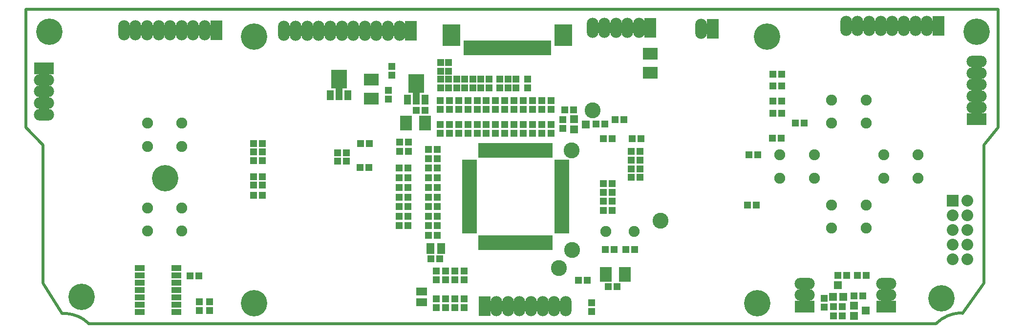
<source format=gts>
G04 (created by PCBNEW-RS274X (2010-05-05 BZR 2356)-stable) date 9/12/2010 1:48:27 p.m.*
G01*
G70*
G90*
%MOIN*%
G04 Gerber Fmt 3.4, Leading zero omitted, Abs format*
%FSLAX34Y34*%
G04 APERTURE LIST*
%ADD10C,0.006000*%
%ADD11C,0.019700*%
%ADD12C,0.075000*%
%ADD13O,0.079100X0.138100*%
%ADD14R,0.079100X0.138100*%
%ADD15O,0.138100X0.079100*%
%ADD16R,0.138100X0.079100*%
%ADD17R,0.030000X0.100000*%
%ADD18R,0.120000X0.150000*%
%ADD19R,0.047600X0.067200*%
%ADD20R,0.047600X0.098700*%
%ADD21R,0.106600X0.130300*%
%ADD22R,0.055000X0.075000*%
%ADD23C,0.180000*%
%ADD24R,0.080000X0.080000*%
%ADD25C,0.080000*%
%ADD26R,0.100000X0.080000*%
%ADD27R,0.080000X0.100000*%
%ADD28R,0.037700X0.098700*%
%ADD29R,0.098700X0.037700*%
%ADD30R,0.065000X0.040000*%
%ADD31R,0.075000X0.055000*%
%ADD32R,0.056000X0.056000*%
%ADD33R,0.045000X0.051500*%
%ADD34R,0.051500X0.045000*%
%ADD35C,0.108600*%
G04 APERTURE END LIST*
G54D10*
G54D11*
X16167Y-33349D02*
X16013Y-33209D01*
X15848Y-33083D01*
X15672Y-32972D01*
X15487Y-32876D01*
X15295Y-32797D01*
X15096Y-32736D01*
X14893Y-32691D01*
X14687Y-32665D01*
X14480Y-32657D01*
X14397Y-32658D01*
X75802Y-32654D02*
X75595Y-32656D01*
X75387Y-32676D01*
X75183Y-32714D01*
X74982Y-32769D01*
X74787Y-32842D01*
X74599Y-32932D01*
X74419Y-33038D01*
X74250Y-33159D01*
X74092Y-33294D01*
X74017Y-33366D01*
X16181Y-33366D02*
X73986Y-33366D01*
X78248Y-11909D02*
X11909Y-11909D01*
X13091Y-30610D02*
X14390Y-32657D01*
X77264Y-30610D02*
X75807Y-32657D01*
X77264Y-21161D02*
X77264Y-30610D01*
X78248Y-19980D02*
X77264Y-21161D01*
X13091Y-21161D02*
X13091Y-30610D01*
X11909Y-19980D02*
X13091Y-21161D01*
X11909Y-11909D02*
X11909Y-19980D01*
X78248Y-11909D02*
X78248Y-19980D01*
G54D12*
X53402Y-27086D03*
X51480Y-27086D03*
G54D13*
X44804Y-32165D03*
X44017Y-32165D03*
G54D14*
X43229Y-32165D03*
G54D13*
X45591Y-32165D03*
X46379Y-32165D03*
X47166Y-32165D03*
X47953Y-32165D03*
X48740Y-32165D03*
G54D15*
X70629Y-30630D03*
X70629Y-31417D03*
G54D16*
X70629Y-32205D03*
G54D15*
X65039Y-30630D03*
X65039Y-31417D03*
G54D16*
X65039Y-32205D03*
G54D13*
X57992Y-13228D03*
G54D14*
X58780Y-13228D03*
G54D12*
X66890Y-26850D03*
X66890Y-25276D03*
X69252Y-26850D03*
X69252Y-25276D03*
X70431Y-23425D03*
X70431Y-21851D03*
X72793Y-23425D03*
X72793Y-21851D03*
X66890Y-19684D03*
X66890Y-18110D03*
X69252Y-19684D03*
X69252Y-18110D03*
G54D13*
X36614Y-13386D03*
X37402Y-13386D03*
G54D14*
X38189Y-13386D03*
G54D13*
X35827Y-13386D03*
X35039Y-13386D03*
X34252Y-13386D03*
X33465Y-13386D03*
X32677Y-13386D03*
X31890Y-13386D03*
X31102Y-13386D03*
X30315Y-13386D03*
X29528Y-13386D03*
X23326Y-13347D03*
X24113Y-13347D03*
G54D14*
X24901Y-13347D03*
G54D13*
X22539Y-13347D03*
X21751Y-13347D03*
X20964Y-13347D03*
X20177Y-13347D03*
X19390Y-13347D03*
X18602Y-13347D03*
X72598Y-13031D03*
X73385Y-13031D03*
G54D14*
X74173Y-13031D03*
G54D13*
X71811Y-13031D03*
X71023Y-13031D03*
X70236Y-13031D03*
X69449Y-13031D03*
X68662Y-13031D03*
X67874Y-13031D03*
G54D15*
X76772Y-17835D03*
X76772Y-18622D03*
G54D16*
X76772Y-19410D03*
G54D15*
X76772Y-17048D03*
X76772Y-16260D03*
X76772Y-15473D03*
G54D13*
X52952Y-13189D03*
X53739Y-13189D03*
G54D14*
X54527Y-13189D03*
G54D13*
X52165Y-13189D03*
X51377Y-13189D03*
X50590Y-13189D03*
G54D15*
X13150Y-17520D03*
X13150Y-16733D03*
G54D16*
X13150Y-15945D03*
G54D15*
X13150Y-18307D03*
X13150Y-19095D03*
G54D17*
X43878Y-14547D03*
X44078Y-14547D03*
X44273Y-14547D03*
X44468Y-14547D03*
X44668Y-14547D03*
X44863Y-14547D03*
X45058Y-14547D03*
X45258Y-14547D03*
X45453Y-14547D03*
X45648Y-14547D03*
X43681Y-14547D03*
X45848Y-14547D03*
X46043Y-14547D03*
X43484Y-14547D03*
X47618Y-14547D03*
X46238Y-14547D03*
X46438Y-14547D03*
X46633Y-14547D03*
X46828Y-14547D03*
X47028Y-14547D03*
X47223Y-14547D03*
X47418Y-14547D03*
X43287Y-14547D03*
X43091Y-14547D03*
X42894Y-14547D03*
X42697Y-14547D03*
X42500Y-14547D03*
X42303Y-14547D03*
X42106Y-14547D03*
X41909Y-14547D03*
G54D18*
X48588Y-13667D03*
X40958Y-13667D03*
G54D19*
X37952Y-18071D03*
G54D20*
X38543Y-17914D03*
G54D19*
X39134Y-18071D03*
G54D21*
X38543Y-16969D03*
G54D22*
X40257Y-28228D03*
X39507Y-28228D03*
G54D23*
X61811Y-31969D03*
X62480Y-13780D03*
X27480Y-31969D03*
X27480Y-13780D03*
X21417Y-23425D03*
G54D19*
X32696Y-17776D03*
G54D20*
X33287Y-17619D03*
G54D19*
X33878Y-17776D03*
G54D21*
X33287Y-16674D03*
G54D24*
X75150Y-24988D03*
G54D25*
X76150Y-24988D03*
X75150Y-25988D03*
X76150Y-25988D03*
X75150Y-26988D03*
X76150Y-26988D03*
X75150Y-27988D03*
X76150Y-27988D03*
X75150Y-28988D03*
X76150Y-28988D03*
G54D26*
X35473Y-16711D03*
X35473Y-18011D03*
G54D27*
X52777Y-29999D03*
X51477Y-29999D03*
X37834Y-19685D03*
X39134Y-19685D03*
G54D28*
X45159Y-27831D03*
X44844Y-27831D03*
X44529Y-27831D03*
X44214Y-27831D03*
X43899Y-27831D03*
X43584Y-27831D03*
X43269Y-27831D03*
X42954Y-27831D03*
X47682Y-27831D03*
X47682Y-21535D03*
X42954Y-21535D03*
X45477Y-27831D03*
X45792Y-27831D03*
X46107Y-27831D03*
X46422Y-27831D03*
X46737Y-27831D03*
X47052Y-27831D03*
X47367Y-27831D03*
X47367Y-21535D03*
X47052Y-21535D03*
X46737Y-21535D03*
X46422Y-21535D03*
X46107Y-21535D03*
X45792Y-21535D03*
X45477Y-21535D03*
X45159Y-21535D03*
X44844Y-21535D03*
X44529Y-21535D03*
X44214Y-21535D03*
X43899Y-21535D03*
X43584Y-21535D03*
X43269Y-21535D03*
G54D29*
X42166Y-27047D03*
X42166Y-26733D03*
X42166Y-26417D03*
X42166Y-26103D03*
X42166Y-25787D03*
X42166Y-25473D03*
X42166Y-24527D03*
X42166Y-23897D03*
X42166Y-23583D03*
X42166Y-25157D03*
X42166Y-24843D03*
X42166Y-24213D03*
X42166Y-23267D03*
X42166Y-22953D03*
X42166Y-22637D03*
X42166Y-22323D03*
X48466Y-27047D03*
X48466Y-26733D03*
X48466Y-26417D03*
X48466Y-26103D03*
X48466Y-25787D03*
X48466Y-25473D03*
X48466Y-25157D03*
X48466Y-24843D03*
X48466Y-24527D03*
X48466Y-24213D03*
X48466Y-23897D03*
X48466Y-23583D03*
X48466Y-23267D03*
X48466Y-22953D03*
X48466Y-22637D03*
X48466Y-22323D03*
G54D30*
X22167Y-32574D03*
X22167Y-32074D03*
X22167Y-31574D03*
X22167Y-31074D03*
X22167Y-30574D03*
X22167Y-30074D03*
X22167Y-29574D03*
X19667Y-29574D03*
X19667Y-30074D03*
X19667Y-31074D03*
X19667Y-31574D03*
X19667Y-32074D03*
X19667Y-32574D03*
X19667Y-30574D03*
G54D31*
X38917Y-31910D03*
X38917Y-31160D03*
G54D32*
X49324Y-20114D03*
X49324Y-19414D03*
X50124Y-19764D03*
G54D33*
X37977Y-26683D03*
X37377Y-26683D03*
X37977Y-26033D03*
X37377Y-26033D03*
X37977Y-24065D03*
X37377Y-24065D03*
X37977Y-22756D03*
X37377Y-22756D03*
X38539Y-18819D03*
X39139Y-18819D03*
X37977Y-25384D03*
X37377Y-25384D03*
X37977Y-24724D03*
X37377Y-24724D03*
X37977Y-23406D03*
X37377Y-23406D03*
X38017Y-21614D03*
X37417Y-21614D03*
X53444Y-28312D03*
X52844Y-28312D03*
X51444Y-28312D03*
X52044Y-28312D03*
G54D34*
X36654Y-17455D03*
X36654Y-18055D03*
G54D33*
X40143Y-28937D03*
X39543Y-28937D03*
G54D34*
X24449Y-32466D03*
X24449Y-31866D03*
G54D33*
X52102Y-19449D03*
X52702Y-19449D03*
X39985Y-27323D03*
X39385Y-27323D03*
G54D34*
X36890Y-15801D03*
X36890Y-16401D03*
G54D33*
X33765Y-22283D03*
X33165Y-22283D03*
G54D34*
X39921Y-31669D03*
X39921Y-32269D03*
X40551Y-31669D03*
X40551Y-32269D03*
X50512Y-31944D03*
X50512Y-32544D03*
G54D33*
X33765Y-21693D03*
X33165Y-21693D03*
X53264Y-20748D03*
X53864Y-20748D03*
G54D34*
X41181Y-31669D03*
X41181Y-32269D03*
X41811Y-31669D03*
X41811Y-32269D03*
X46142Y-16669D03*
X46142Y-17269D03*
X44251Y-16669D03*
X44251Y-17269D03*
X42953Y-16669D03*
X42953Y-17269D03*
X41850Y-16669D03*
X41850Y-17269D03*
X43504Y-16669D03*
X43504Y-17269D03*
X42402Y-16669D03*
X42402Y-17269D03*
X41299Y-16669D03*
X41299Y-17269D03*
X45354Y-17269D03*
X45354Y-16669D03*
X44803Y-16669D03*
X44803Y-17269D03*
G54D33*
X37417Y-20984D03*
X38017Y-20984D03*
X39385Y-21457D03*
X39985Y-21457D03*
X39975Y-26683D03*
X39375Y-26683D03*
X39985Y-25384D03*
X39385Y-25384D03*
X39985Y-24065D03*
X39385Y-24065D03*
X39985Y-22756D03*
X39385Y-22756D03*
G54D34*
X41181Y-29779D03*
X41181Y-30379D03*
G54D33*
X39985Y-26033D03*
X39385Y-26033D03*
X39986Y-24724D03*
X39386Y-24724D03*
X39985Y-23406D03*
X39385Y-23406D03*
X39985Y-22106D03*
X39385Y-22106D03*
X51316Y-25020D03*
X51916Y-25020D03*
X51316Y-23799D03*
X51916Y-23799D03*
G54D34*
X39921Y-29764D03*
X39921Y-30379D03*
X40551Y-29779D03*
X40551Y-30379D03*
X41811Y-29779D03*
X41811Y-30379D03*
G54D33*
X51316Y-25630D03*
X51916Y-25630D03*
X51316Y-24410D03*
X51916Y-24410D03*
X52249Y-30826D03*
X51649Y-30826D03*
X49621Y-30413D03*
X50221Y-30413D03*
X23726Y-30118D03*
X23126Y-30118D03*
G54D34*
X23740Y-32466D03*
X23740Y-31866D03*
G54D33*
X50803Y-19724D03*
X51403Y-19724D03*
G54D34*
X48543Y-20024D03*
X48543Y-19424D03*
G54D33*
X49276Y-18780D03*
X48676Y-18780D03*
G54D34*
X40748Y-15527D03*
X40748Y-16127D03*
X40748Y-17269D03*
X40748Y-16669D03*
X40197Y-17269D03*
X40197Y-16669D03*
X40197Y-15526D03*
X40197Y-16126D03*
X40177Y-19779D03*
X40177Y-20379D03*
X41437Y-19779D03*
X41437Y-20379D03*
X42697Y-19779D03*
X42697Y-20379D03*
X43957Y-19779D03*
X43957Y-20379D03*
X40177Y-18125D03*
X40177Y-18725D03*
X41437Y-18125D03*
X41437Y-18725D03*
X42697Y-18125D03*
X42697Y-18725D03*
X43957Y-18125D03*
X43957Y-18725D03*
X40807Y-19779D03*
X40807Y-20379D03*
X42067Y-19779D03*
X42067Y-20379D03*
X43327Y-19779D03*
X43327Y-20379D03*
X44587Y-19779D03*
X44587Y-20379D03*
X40807Y-18125D03*
X40807Y-18725D03*
X42067Y-18125D03*
X42067Y-18725D03*
X43327Y-18125D03*
X43327Y-18725D03*
X44587Y-18125D03*
X44587Y-18725D03*
X47106Y-19779D03*
X47106Y-20379D03*
X45846Y-19779D03*
X45846Y-20379D03*
X47736Y-19779D03*
X47736Y-20379D03*
X46476Y-19779D03*
X46476Y-20379D03*
X45217Y-19779D03*
X45217Y-20379D03*
X47736Y-18125D03*
X47736Y-18725D03*
X46476Y-18125D03*
X46476Y-18725D03*
X45217Y-18125D03*
X45217Y-18725D03*
X47106Y-18125D03*
X47106Y-18725D03*
X45846Y-18125D03*
X45846Y-18725D03*
G54D33*
X51916Y-20748D03*
X51316Y-20748D03*
G54D23*
X76772Y-13425D03*
X74370Y-31653D03*
X13504Y-13425D03*
X15709Y-31535D03*
G54D26*
X54528Y-14941D03*
X54528Y-16241D03*
G54D12*
X63346Y-23425D03*
X63346Y-21851D03*
X65708Y-23425D03*
X65708Y-21851D03*
X20197Y-21259D03*
X20197Y-19685D03*
X22559Y-21259D03*
X22559Y-19685D03*
X20197Y-27047D03*
X20197Y-25473D03*
X22559Y-27047D03*
X22559Y-25473D03*
G54D33*
X34739Y-21063D03*
X35339Y-21063D03*
X34700Y-22717D03*
X35300Y-22717D03*
X67898Y-30079D03*
X67298Y-30079D03*
X28056Y-23327D03*
X27456Y-23327D03*
X61157Y-25276D03*
X61757Y-25276D03*
X68400Y-31457D03*
X69000Y-31457D03*
G54D34*
X66377Y-31629D03*
X66377Y-32229D03*
G54D33*
X67022Y-32835D03*
X67622Y-32835D03*
X62889Y-19016D03*
X63489Y-19016D03*
X28056Y-24606D03*
X27456Y-24606D03*
X62889Y-16339D03*
X63489Y-16339D03*
X28056Y-23917D03*
X27456Y-23917D03*
X68636Y-30079D03*
X69236Y-30079D03*
X61235Y-21850D03*
X61835Y-21850D03*
X28056Y-21653D03*
X27456Y-21653D03*
X62889Y-17126D03*
X63489Y-17126D03*
X28056Y-21063D03*
X27456Y-21063D03*
X62889Y-18189D03*
X63489Y-18189D03*
X62850Y-20709D03*
X63450Y-20709D03*
X64424Y-19685D03*
X65024Y-19685D03*
X28056Y-22244D03*
X27456Y-22244D03*
X67622Y-32205D03*
X67022Y-32205D03*
G54D32*
X67672Y-31542D03*
X66972Y-31542D03*
X67322Y-30742D03*
X68418Y-32830D03*
X68418Y-32130D03*
X69218Y-32480D03*
G54D35*
X49173Y-28346D03*
X49134Y-21535D03*
X50591Y-18819D03*
X48268Y-29567D03*
X55197Y-26339D03*
G54D33*
X53204Y-22795D03*
X53804Y-22795D03*
X53204Y-22205D03*
X53804Y-22205D03*
X53204Y-23386D03*
X53804Y-23386D03*
X53204Y-21614D03*
X53804Y-21614D03*
M02*

</source>
